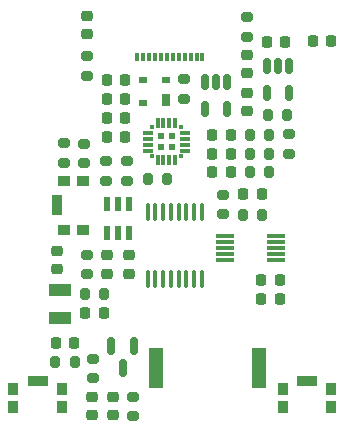
<source format=gbr>
%TF.GenerationSoftware,KiCad,Pcbnew,(6.0.7-1)-1*%
%TF.CreationDate,2022-11-20T21:12:54+11:00*%
%TF.ProjectId,esp32-clover,65737033-322d-4636-9c6f-7665722e6b69,rev?*%
%TF.SameCoordinates,Original*%
%TF.FileFunction,Paste,Top*%
%TF.FilePolarity,Positive*%
%FSLAX46Y46*%
G04 Gerber Fmt 4.6, Leading zero omitted, Abs format (unit mm)*
G04 Created by KiCad (PCBNEW (6.0.7-1)-1) date 2022-11-20 21:12:54*
%MOMM*%
%LPD*%
G01*
G04 APERTURE LIST*
G04 Aperture macros list*
%AMRoundRect*
0 Rectangle with rounded corners*
0 $1 Rounding radius*
0 $2 $3 $4 $5 $6 $7 $8 $9 X,Y pos of 4 corners*
0 Add a 4 corners polygon primitive as box body*
4,1,4,$2,$3,$4,$5,$6,$7,$8,$9,$2,$3,0*
0 Add four circle primitives for the rounded corners*
1,1,$1+$1,$2,$3*
1,1,$1+$1,$4,$5*
1,1,$1+$1,$6,$7*
1,1,$1+$1,$8,$9*
0 Add four rect primitives between the rounded corners*
20,1,$1+$1,$2,$3,$4,$5,0*
20,1,$1+$1,$4,$5,$6,$7,0*
20,1,$1+$1,$6,$7,$8,$9,0*
20,1,$1+$1,$8,$9,$2,$3,0*%
G04 Aperture macros list end*
%ADD10R,0.889000X0.990600*%
%ADD11R,1.701800X0.812800*%
%ADD12R,0.540000X0.540000*%
%ADD13R,0.300000X0.300000*%
%ADD14R,0.300000X0.900000*%
%ADD15R,0.900000X0.300000*%
%ADD16RoundRect,0.100000X-0.100000X0.637500X-0.100000X-0.637500X0.100000X-0.637500X0.100000X0.637500X0*%
%ADD17RoundRect,0.218750X-0.218750X-0.256250X0.218750X-0.256250X0.218750X0.256250X-0.218750X0.256250X0*%
%ADD18RoundRect,0.225000X-0.250000X0.225000X-0.250000X-0.225000X0.250000X-0.225000X0.250000X0.225000X0*%
%ADD19RoundRect,0.011200X0.723800X0.128800X-0.723800X0.128800X-0.723800X-0.128800X0.723800X-0.128800X0*%
%ADD20R,1.905000X1.092200*%
%ADD21RoundRect,0.225000X0.225000X0.250000X-0.225000X0.250000X-0.225000X-0.250000X0.225000X-0.250000X0*%
%ADD22RoundRect,0.200000X0.275000X-0.200000X0.275000X0.200000X-0.275000X0.200000X-0.275000X-0.200000X0*%
%ADD23R,0.990600X0.889000*%
%ADD24R,0.812800X1.701800*%
%ADD25RoundRect,0.200000X0.200000X0.275000X-0.200000X0.275000X-0.200000X-0.275000X0.200000X-0.275000X0*%
%ADD26RoundRect,0.200000X-0.275000X0.200000X-0.275000X-0.200000X0.275000X-0.200000X0.275000X0.200000X0*%
%ADD27RoundRect,0.200000X-0.200000X-0.275000X0.200000X-0.275000X0.200000X0.275000X-0.200000X0.275000X0*%
%ADD28RoundRect,0.225000X0.250000X-0.225000X0.250000X0.225000X-0.250000X0.225000X-0.250000X-0.225000X0*%
%ADD29R,0.700000X1.000000*%
%ADD30R,0.700000X0.600000*%
%ADD31RoundRect,0.040600X-0.249400X0.564400X-0.249400X-0.564400X0.249400X-0.564400X0.249400X0.564400X0*%
%ADD32RoundRect,0.150000X-0.150000X0.512500X-0.150000X-0.512500X0.150000X-0.512500X0.150000X0.512500X0*%
%ADD33RoundRect,0.225000X-0.225000X-0.250000X0.225000X-0.250000X0.225000X0.250000X-0.225000X0.250000X0*%
%ADD34RoundRect,0.218750X-0.256250X0.218750X-0.256250X-0.218750X0.256250X-0.218750X0.256250X0.218750X0*%
%ADD35R,0.350000X0.700000*%
%ADD36R,1.300000X3.400000*%
%ADD37RoundRect,0.150000X-0.150000X0.587500X-0.150000X-0.587500X0.150000X-0.587500X0.150000X0.587500X0*%
%ADD38RoundRect,0.218750X0.218750X0.256250X-0.218750X0.256250X-0.218750X-0.256250X0.218750X-0.256250X0*%
G04 APERTURE END LIST*
D10*
%TO.C,SW2*%
X108850002Y-69099999D03*
X108850002Y-70700001D03*
X112949998Y-69099999D03*
X112949998Y-70700001D03*
D11*
X110900000Y-68500000D03*
%TD*%
D12*
%TO.C,U2*%
X98550000Y-48650000D03*
X99450000Y-48650000D03*
X99450000Y-47750000D03*
X98550000Y-47750000D03*
D13*
X100250000Y-46950000D03*
D14*
X99750000Y-46650000D03*
X99250000Y-46650000D03*
X98750000Y-46650000D03*
X98250000Y-46650000D03*
D13*
X97750000Y-46950000D03*
D15*
X97450000Y-47450000D03*
X97450000Y-47950000D03*
X97450000Y-48450000D03*
X97450000Y-48950000D03*
D13*
X97750000Y-49450000D03*
D14*
X98250000Y-49750000D03*
X98750000Y-49750000D03*
X99250000Y-49750000D03*
X99750000Y-49750000D03*
D13*
X100250000Y-49450000D03*
D15*
X100550000Y-48950000D03*
X100550000Y-48450000D03*
X100550000Y-47950000D03*
X100550000Y-47450000D03*
%TD*%
D16*
%TO.C,U5*%
X101975000Y-54137500D03*
X101325000Y-54137500D03*
X100675000Y-54137500D03*
X100025000Y-54137500D03*
X99375000Y-54137500D03*
X98725000Y-54137500D03*
X98075000Y-54137500D03*
X97425000Y-54137500D03*
X97425000Y-59862500D03*
X98075000Y-59862500D03*
X98725000Y-59862500D03*
X99375000Y-59862500D03*
X100025000Y-59862500D03*
X100675000Y-59862500D03*
X101325000Y-59862500D03*
X101975000Y-59862500D03*
%TD*%
D17*
%TO.C,D1*%
X111400000Y-39700000D03*
X112975000Y-39700000D03*
%TD*%
D18*
%TO.C,C10*%
X92700000Y-69825000D03*
X92700000Y-71375000D03*
%TD*%
D19*
%TO.C,U6*%
X108280000Y-58200000D03*
X108280000Y-57700000D03*
X108280000Y-57200000D03*
X108280000Y-56700000D03*
X108280000Y-56200000D03*
X103980000Y-56200000D03*
X103980000Y-56700000D03*
X103980000Y-57200000D03*
X103980000Y-57700000D03*
X103980000Y-58200000D03*
%TD*%
D20*
%TO.C,Y1*%
X90000000Y-60725000D03*
X90000000Y-63163400D03*
%TD*%
D21*
%TO.C,C3*%
X95500000Y-47800000D03*
X93950000Y-47800000D03*
%TD*%
D22*
%TO.C,R13*%
X103800000Y-54325000D03*
X103800000Y-52675000D03*
%TD*%
D21*
%TO.C,C7*%
X95500000Y-44600000D03*
X93950000Y-44600000D03*
%TD*%
D23*
%TO.C,SW3*%
X90299999Y-55649998D03*
X91900001Y-55649998D03*
X90299999Y-51550002D03*
X91900001Y-51550002D03*
D24*
X89700000Y-53600000D03*
%TD*%
D25*
%TO.C,R14*%
X107700000Y-47600000D03*
X106050000Y-47600000D03*
%TD*%
D22*
%TO.C,R3*%
X109400000Y-49225000D03*
X109400000Y-47575000D03*
%TD*%
%TO.C,R15*%
X90350000Y-50000000D03*
X90350000Y-48350000D03*
%TD*%
%TO.C,R5*%
X92000000Y-50025000D03*
X92000000Y-48375000D03*
%TD*%
D26*
%TO.C,R4*%
X93900000Y-49875000D03*
X93900000Y-51525000D03*
%TD*%
D27*
%TO.C,R2*%
X107575000Y-45900000D03*
X109225000Y-45900000D03*
%TD*%
D18*
%TO.C,C11*%
X94500000Y-69825000D03*
X94500000Y-71375000D03*
%TD*%
D28*
%TO.C,C5*%
X105800000Y-42400000D03*
X105800000Y-40850000D03*
%TD*%
D18*
%TO.C,C1*%
X105800000Y-44050000D03*
X105800000Y-45600000D03*
%TD*%
D29*
%TO.C,D2*%
X99000000Y-44700000D03*
D30*
X99000000Y-43000000D03*
X97000000Y-43000000D03*
X97000000Y-44900000D03*
%TD*%
D31*
%TO.C,U7*%
X95850000Y-53445000D03*
X94900000Y-53445000D03*
X93950000Y-53445000D03*
X93950000Y-55955000D03*
X94900000Y-55955000D03*
X95850000Y-55955000D03*
%TD*%
D26*
%TO.C,R6*%
X95700000Y-49875000D03*
X95700000Y-51525000D03*
%TD*%
D22*
%TO.C,R1*%
X100500000Y-44550000D03*
X100500000Y-42900000D03*
%TD*%
D10*
%TO.C,SW1*%
X86050002Y-69099999D03*
X86050002Y-70700001D03*
X90149998Y-69099999D03*
X90149998Y-70700001D03*
D11*
X88100000Y-68500000D03*
%TD*%
D28*
%TO.C,C13*%
X89700000Y-59000000D03*
X89700000Y-57450000D03*
%TD*%
%TO.C,C15*%
X95800000Y-59375000D03*
X95800000Y-57825000D03*
%TD*%
D17*
%TO.C,D4*%
X102887500Y-50800000D03*
X104462500Y-50800000D03*
%TD*%
D32*
%TO.C,U3*%
X104150000Y-43162500D03*
X103200000Y-43162500D03*
X102250000Y-43162500D03*
X102250000Y-45437500D03*
X104150000Y-45437500D03*
%TD*%
D26*
%TO.C,R19*%
X92300000Y-57775000D03*
X92300000Y-59425000D03*
%TD*%
D27*
%TO.C,R10*%
X89575000Y-66825000D03*
X91225000Y-66825000D03*
%TD*%
D28*
%TO.C,C14*%
X94000000Y-59375000D03*
X94000000Y-57825000D03*
%TD*%
D33*
%TO.C,C9*%
X89625000Y-65225000D03*
X91175000Y-65225000D03*
%TD*%
D34*
%TO.C,D6*%
X92300000Y-37525000D03*
X92300000Y-39100000D03*
%TD*%
D26*
%TO.C,R7*%
X105800000Y-37650000D03*
X105800000Y-39300000D03*
%TD*%
D33*
%TO.C,C12*%
X92125000Y-62700000D03*
X93675000Y-62700000D03*
%TD*%
D17*
%TO.C,D3*%
X102887500Y-49200000D03*
X104462500Y-49200000D03*
%TD*%
D21*
%TO.C,C2*%
X95500000Y-46200000D03*
X93950000Y-46200000D03*
%TD*%
D25*
%TO.C,R11*%
X99050000Y-51400000D03*
X97400000Y-51400000D03*
%TD*%
D21*
%TO.C,C8*%
X104450000Y-47600000D03*
X102900000Y-47600000D03*
%TD*%
D35*
%TO.C,J1*%
X102050000Y-41037790D03*
X101550000Y-41037790D03*
X101050000Y-41037790D03*
X100550000Y-41037790D03*
X100050000Y-41037790D03*
X99550000Y-41037790D03*
X99050000Y-41037790D03*
X98550000Y-41037790D03*
X98050000Y-41037790D03*
X97550000Y-41037790D03*
X97050000Y-41037790D03*
X96550000Y-41037790D03*
%TD*%
D36*
%TO.C,LS1*%
X106850000Y-67400000D03*
X98150000Y-67400000D03*
%TD*%
D27*
%TO.C,R12*%
X92075000Y-61100000D03*
X93725000Y-61100000D03*
%TD*%
D25*
%TO.C,R8*%
X107700000Y-49200000D03*
X106050000Y-49200000D03*
%TD*%
D21*
%TO.C,C17*%
X108600000Y-59900000D03*
X107050000Y-59900000D03*
%TD*%
%TO.C,C6*%
X95500000Y-43000000D03*
X93950000Y-43000000D03*
%TD*%
D33*
%TO.C,C4*%
X107500000Y-39800000D03*
X109050000Y-39800000D03*
%TD*%
D37*
%TO.C,Q1*%
X96250000Y-65462500D03*
X94350000Y-65462500D03*
X95300000Y-67337500D03*
%TD*%
D25*
%TO.C,R9*%
X107700000Y-50800000D03*
X106050000Y-50800000D03*
%TD*%
D27*
%TO.C,R16*%
X105475000Y-54400000D03*
X107125000Y-54400000D03*
%TD*%
D26*
%TO.C,R20*%
X92300000Y-40975000D03*
X92300000Y-42625000D03*
%TD*%
%TO.C,R18*%
X96200000Y-69775000D03*
X96200000Y-71425000D03*
%TD*%
D32*
%TO.C,U1*%
X109400000Y-41762500D03*
X108450000Y-41762500D03*
X107500000Y-41762500D03*
X107500000Y-44037500D03*
X109400000Y-44037500D03*
%TD*%
D38*
%TO.C,D5*%
X107087500Y-52600000D03*
X105512500Y-52600000D03*
%TD*%
D21*
%TO.C,C16*%
X108575000Y-61500000D03*
X107025000Y-61500000D03*
%TD*%
D26*
%TO.C,R17*%
X92750000Y-66575000D03*
X92750000Y-68225000D03*
%TD*%
M02*

</source>
